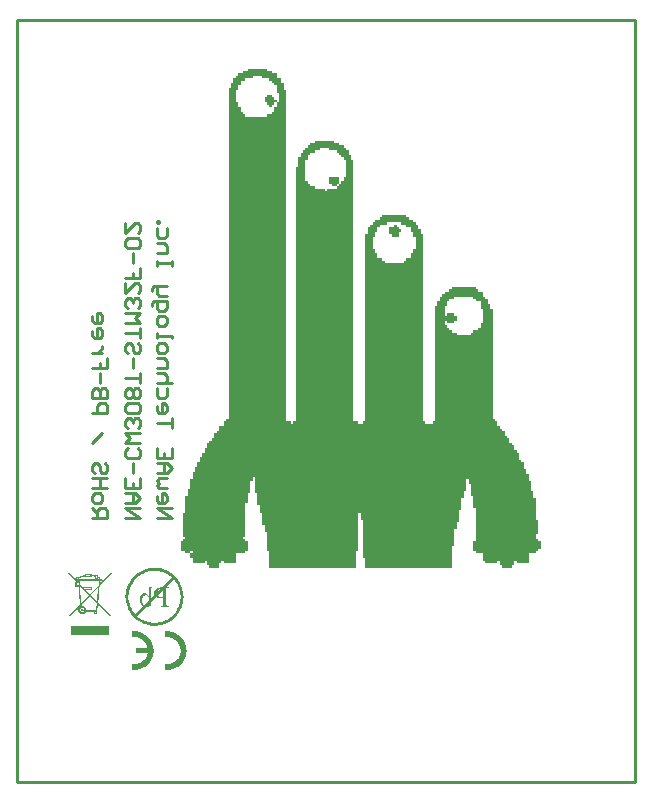
<source format=gbo>
G04 Layer_Color=32896*
%FSLAX25Y25*%
%MOIN*%
G70*
G01*
G75*
%ADD17C,0.01000*%
G36*
X349800Y347100D02*
X351400D01*
Y346300D01*
X353000D01*
Y345500D01*
Y344700D01*
X354600D01*
Y343900D01*
Y343100D01*
X355400D01*
Y342300D01*
Y341500D01*
Y340700D01*
X356200D01*
Y339900D01*
Y339100D01*
Y338300D01*
Y337500D01*
Y336700D01*
Y335900D01*
Y335100D01*
Y334300D01*
Y333500D01*
Y332700D01*
Y331900D01*
Y331100D01*
Y330300D01*
Y329500D01*
Y328700D01*
Y327900D01*
Y327100D01*
Y326300D01*
Y325500D01*
Y324700D01*
Y323900D01*
Y323100D01*
Y322300D01*
Y321500D01*
Y320700D01*
Y319900D01*
Y319100D01*
Y318300D01*
Y317500D01*
Y316700D01*
Y315900D01*
Y315100D01*
Y314300D01*
Y313500D01*
Y312700D01*
Y311900D01*
Y311100D01*
Y310300D01*
Y309500D01*
Y308700D01*
Y307900D01*
Y307100D01*
Y306300D01*
Y305500D01*
Y304700D01*
Y303900D01*
Y303100D01*
Y302300D01*
Y301500D01*
Y300700D01*
Y299900D01*
Y299100D01*
Y298300D01*
Y297500D01*
Y296700D01*
Y295900D01*
Y295100D01*
Y294300D01*
Y293500D01*
Y292700D01*
Y291900D01*
Y291100D01*
Y290300D01*
Y289500D01*
Y288700D01*
Y287900D01*
Y287100D01*
Y286300D01*
Y285500D01*
Y284700D01*
Y283900D01*
Y283100D01*
Y282300D01*
Y281500D01*
Y280700D01*
Y279900D01*
Y279100D01*
Y278300D01*
Y277500D01*
Y276700D01*
Y275900D01*
Y275100D01*
Y274300D01*
Y273500D01*
Y272700D01*
Y271900D01*
Y271100D01*
Y270300D01*
Y269500D01*
Y268700D01*
Y267900D01*
Y267100D01*
Y266300D01*
Y265500D01*
Y264700D01*
Y263900D01*
Y263100D01*
Y262300D01*
Y261500D01*
Y260700D01*
Y259900D01*
Y259100D01*
Y258300D01*
Y257500D01*
Y256700D01*
Y255900D01*
Y255100D01*
Y254300D01*
Y253500D01*
Y252700D01*
Y251900D01*
Y251100D01*
Y250300D01*
Y249500D01*
Y248700D01*
Y247900D01*
Y247100D01*
Y246300D01*
Y245500D01*
Y244700D01*
Y243900D01*
Y243100D01*
Y242300D01*
Y241500D01*
Y240700D01*
Y239900D01*
Y239100D01*
Y238300D01*
Y237500D01*
Y236700D01*
Y235900D01*
Y235100D01*
Y234300D01*
Y233500D01*
Y232700D01*
Y231900D01*
Y231100D01*
Y230300D01*
X357800D01*
Y229500D01*
X358600D01*
Y230300D01*
X359400D01*
Y231100D01*
Y231900D01*
Y232700D01*
Y233500D01*
Y234300D01*
Y235100D01*
Y235900D01*
Y236700D01*
Y237500D01*
Y238300D01*
Y239100D01*
Y239900D01*
Y240700D01*
Y241500D01*
Y242300D01*
Y243100D01*
Y243900D01*
Y244700D01*
Y245500D01*
Y246300D01*
Y247100D01*
Y247900D01*
Y248700D01*
Y249500D01*
Y250300D01*
Y251100D01*
Y251900D01*
Y252700D01*
Y253500D01*
Y254300D01*
Y255100D01*
Y255900D01*
Y256700D01*
Y257500D01*
Y258300D01*
Y259100D01*
Y259900D01*
Y260700D01*
Y261500D01*
Y262300D01*
Y263100D01*
Y263900D01*
Y264700D01*
Y265500D01*
Y266300D01*
Y267100D01*
Y267900D01*
Y268700D01*
Y269500D01*
Y270300D01*
Y271100D01*
Y271900D01*
Y272700D01*
Y273500D01*
Y274300D01*
Y275100D01*
Y275900D01*
Y276700D01*
Y277500D01*
Y278300D01*
Y279100D01*
Y279900D01*
Y280700D01*
Y281500D01*
Y282300D01*
Y283100D01*
Y283900D01*
Y284700D01*
Y285500D01*
Y286300D01*
Y287100D01*
Y287900D01*
Y288700D01*
Y289500D01*
Y290300D01*
Y291100D01*
Y291900D01*
Y292700D01*
Y293500D01*
Y294300D01*
Y295100D01*
Y295900D01*
Y296700D01*
Y297500D01*
Y298300D01*
Y299100D01*
Y299900D01*
Y300700D01*
Y301500D01*
Y302300D01*
Y303100D01*
Y303900D01*
Y304700D01*
Y305500D01*
Y306300D01*
Y307100D01*
Y307900D01*
Y308700D01*
Y309500D01*
Y310300D01*
Y311100D01*
Y311900D01*
Y312700D01*
Y313500D01*
Y314300D01*
Y315100D01*
X360200D01*
Y315900D01*
Y316700D01*
Y317500D01*
Y318300D01*
X361000D01*
Y319100D01*
Y319900D01*
X361800D01*
Y320700D01*
X362600D01*
Y321500D01*
X363400D01*
Y322300D01*
X364200D01*
Y323100D01*
X365800D01*
Y323900D01*
X372200D01*
Y323100D01*
X373800D01*
Y322300D01*
X375400D01*
Y321500D01*
X376200D01*
Y320700D01*
X377000D01*
Y319900D01*
Y319100D01*
X377800D01*
Y318300D01*
Y317500D01*
X378600D01*
Y316700D01*
Y315900D01*
Y315100D01*
Y314300D01*
Y313500D01*
Y312700D01*
Y311900D01*
Y311100D01*
Y310300D01*
Y309500D01*
Y308700D01*
Y307900D01*
Y307100D01*
Y306300D01*
Y305500D01*
Y304700D01*
Y303900D01*
Y303100D01*
Y302300D01*
Y301500D01*
Y300700D01*
Y299900D01*
Y299100D01*
Y298300D01*
Y297500D01*
Y296700D01*
Y295900D01*
Y295100D01*
Y294300D01*
Y293500D01*
Y292700D01*
Y291900D01*
Y291100D01*
Y290300D01*
Y289500D01*
Y288700D01*
Y287900D01*
Y287100D01*
Y286300D01*
Y285500D01*
Y284700D01*
Y283900D01*
Y283100D01*
Y282300D01*
Y281500D01*
Y280700D01*
Y279900D01*
Y279100D01*
Y278300D01*
Y277500D01*
Y276700D01*
Y275900D01*
Y275100D01*
Y274300D01*
Y273500D01*
Y272700D01*
Y271900D01*
Y271100D01*
Y270300D01*
Y269500D01*
Y268700D01*
Y267900D01*
Y267100D01*
Y266300D01*
Y265500D01*
Y264700D01*
Y263900D01*
Y263100D01*
Y262300D01*
Y261500D01*
Y260700D01*
Y259900D01*
Y259100D01*
Y258300D01*
Y257500D01*
Y256700D01*
Y255900D01*
Y255100D01*
Y254300D01*
Y253500D01*
Y252700D01*
Y251900D01*
Y251100D01*
Y250300D01*
Y249500D01*
Y248700D01*
Y247900D01*
Y247100D01*
Y246300D01*
Y245500D01*
Y244700D01*
Y243900D01*
Y243100D01*
Y242300D01*
Y241500D01*
Y240700D01*
Y239900D01*
Y239100D01*
Y238300D01*
Y237500D01*
Y236700D01*
Y235900D01*
Y235100D01*
Y234300D01*
Y233500D01*
Y232700D01*
Y231900D01*
Y231100D01*
Y230300D01*
X380200D01*
Y229500D01*
X381800D01*
Y230300D01*
X382600D01*
Y231100D01*
Y231900D01*
Y232700D01*
Y233500D01*
Y234300D01*
Y235100D01*
Y235900D01*
Y236700D01*
Y237500D01*
Y238300D01*
Y239100D01*
Y239900D01*
Y240700D01*
Y241500D01*
Y242300D01*
Y243100D01*
Y243900D01*
Y244700D01*
Y245500D01*
Y246300D01*
Y247100D01*
Y247900D01*
Y248700D01*
Y249500D01*
Y250300D01*
Y251100D01*
Y251900D01*
Y252700D01*
Y253500D01*
Y254300D01*
Y255100D01*
Y255900D01*
Y256700D01*
Y257500D01*
Y258300D01*
Y259100D01*
Y259900D01*
Y260700D01*
Y261500D01*
Y262300D01*
Y263100D01*
Y263900D01*
Y264700D01*
Y265500D01*
Y266300D01*
Y267100D01*
Y267900D01*
Y268700D01*
Y269500D01*
Y270300D01*
Y271100D01*
Y271900D01*
Y272700D01*
Y273500D01*
Y274300D01*
Y275100D01*
Y275900D01*
Y276700D01*
Y277500D01*
Y278300D01*
Y279100D01*
Y279900D01*
Y280700D01*
Y281500D01*
Y282300D01*
Y283100D01*
Y283900D01*
Y284700D01*
Y285500D01*
Y286300D01*
Y287100D01*
Y287900D01*
Y288700D01*
Y289500D01*
Y290300D01*
Y291100D01*
Y291900D01*
Y292700D01*
X383400D01*
Y293500D01*
Y294300D01*
Y295100D01*
X384200D01*
Y295900D01*
X385000D01*
Y296700D01*
X385800D01*
Y297500D01*
X387400D01*
Y298300D01*
X388200D01*
Y299100D01*
X396200D01*
Y298300D01*
X397000D01*
Y297500D01*
X398600D01*
Y296700D01*
X399400D01*
Y295900D01*
X400200D01*
Y295100D01*
Y294300D01*
X401000D01*
Y293500D01*
Y292700D01*
X401800D01*
Y291900D01*
Y291100D01*
Y290300D01*
Y289500D01*
Y288700D01*
Y287900D01*
Y287100D01*
Y286300D01*
Y285500D01*
Y284700D01*
Y283900D01*
Y283100D01*
Y282300D01*
Y281500D01*
Y280700D01*
Y279900D01*
Y279100D01*
Y278300D01*
Y277500D01*
Y276700D01*
Y275900D01*
Y275100D01*
Y274300D01*
Y273500D01*
Y272700D01*
Y271900D01*
Y271100D01*
Y270300D01*
Y269500D01*
Y268700D01*
Y267900D01*
Y267100D01*
Y266300D01*
Y265500D01*
Y264700D01*
Y263900D01*
Y263100D01*
Y262300D01*
Y261500D01*
Y260700D01*
Y259900D01*
Y259100D01*
Y258300D01*
Y257500D01*
Y256700D01*
Y255900D01*
Y255100D01*
Y254300D01*
Y253500D01*
Y252700D01*
Y251900D01*
Y251100D01*
Y250300D01*
Y249500D01*
Y248700D01*
Y247900D01*
Y247100D01*
Y246300D01*
Y245500D01*
Y244700D01*
Y243900D01*
Y243100D01*
Y242300D01*
Y241500D01*
Y240700D01*
Y239900D01*
Y239100D01*
Y238300D01*
Y237500D01*
Y236700D01*
Y235900D01*
Y235100D01*
Y234300D01*
Y233500D01*
Y232700D01*
Y231900D01*
Y231100D01*
Y230300D01*
X402600D01*
Y229500D01*
X405000D01*
Y230300D01*
X405800D01*
Y231100D01*
Y231900D01*
Y232700D01*
Y233500D01*
Y234300D01*
Y235100D01*
Y235900D01*
Y236700D01*
Y237500D01*
Y238300D01*
Y239100D01*
Y239900D01*
Y240700D01*
Y241500D01*
Y242300D01*
Y243100D01*
Y243900D01*
Y244700D01*
Y245500D01*
Y246300D01*
Y247100D01*
Y247900D01*
Y248700D01*
Y249500D01*
Y250300D01*
Y251100D01*
Y251900D01*
Y252700D01*
Y253500D01*
Y254300D01*
Y255100D01*
Y255900D01*
Y256700D01*
Y257500D01*
Y258300D01*
Y259100D01*
Y259900D01*
Y260700D01*
Y261500D01*
Y262300D01*
Y263100D01*
Y263900D01*
Y264700D01*
Y265500D01*
Y266300D01*
Y267100D01*
Y267900D01*
Y268700D01*
X406600D01*
Y269500D01*
Y270300D01*
X407400D01*
Y271100D01*
Y271900D01*
X408200D01*
Y272700D01*
X409000D01*
Y273500D01*
X410600D01*
Y274300D01*
X411400D01*
Y275100D01*
X419400D01*
Y274300D01*
X420200D01*
Y273500D01*
X421800D01*
Y272700D01*
Y271900D01*
X422600D01*
Y271100D01*
X423400D01*
Y270300D01*
Y269500D01*
X424200D01*
Y268700D01*
Y267900D01*
X425000D01*
Y267100D01*
Y266300D01*
Y265500D01*
Y264700D01*
Y263900D01*
Y263100D01*
Y262300D01*
Y261500D01*
Y260700D01*
Y259900D01*
Y259100D01*
Y258300D01*
Y257500D01*
Y256700D01*
Y255900D01*
Y255100D01*
Y254300D01*
Y253500D01*
Y252700D01*
Y251900D01*
Y251100D01*
Y250300D01*
Y249500D01*
Y248700D01*
Y247900D01*
Y247100D01*
Y246300D01*
Y245500D01*
Y244700D01*
Y243900D01*
Y243100D01*
Y242300D01*
Y241500D01*
Y240700D01*
Y239900D01*
Y239100D01*
Y238300D01*
Y237500D01*
Y236700D01*
Y235900D01*
Y235100D01*
Y234300D01*
Y233500D01*
Y232700D01*
Y231900D01*
Y231100D01*
X425800D01*
Y230300D01*
X426600D01*
Y229500D01*
Y228700D01*
X427400D01*
Y227900D01*
X428200D01*
Y227100D01*
X429000D01*
Y226300D01*
Y225500D01*
X429800D01*
Y224700D01*
X430600D01*
Y223900D01*
Y223100D01*
X431400D01*
Y222300D01*
X432200D01*
Y221500D01*
Y220700D01*
X433000D01*
Y219900D01*
X433800D01*
Y219100D01*
Y218300D01*
Y217500D01*
X434600D01*
Y216700D01*
X435400D01*
Y215900D01*
Y215100D01*
Y214300D01*
X436200D01*
Y213500D01*
Y212700D01*
X437000D01*
Y211900D01*
Y211100D01*
Y210300D01*
X437800D01*
Y209500D01*
Y208700D01*
Y207900D01*
Y207100D01*
X438600D01*
Y206300D01*
Y205500D01*
Y204700D01*
X439400D01*
Y203900D01*
Y203100D01*
Y202300D01*
Y201500D01*
Y200700D01*
Y199900D01*
Y199100D01*
Y198300D01*
Y197500D01*
X440200D01*
Y196700D01*
Y195900D01*
Y195100D01*
Y194300D01*
Y193500D01*
Y192700D01*
X439400D01*
Y191900D01*
Y191100D01*
X440200D01*
Y190300D01*
X441000D01*
Y189500D01*
Y188700D01*
Y187900D01*
X440200D01*
Y187100D01*
X439400D01*
Y186300D01*
X437000D01*
Y185500D01*
Y184700D01*
Y183900D01*
Y183100D01*
X433000D01*
Y183900D01*
X432200D01*
Y183100D01*
Y182300D01*
X431400D01*
Y181500D01*
X428200D01*
Y182300D01*
X427400D01*
Y183100D01*
Y183900D01*
X426600D01*
Y183100D01*
X422600D01*
Y183900D01*
X421800D01*
Y184700D01*
Y185500D01*
Y186300D01*
X419400D01*
Y187100D01*
X418600D01*
Y187900D01*
Y188700D01*
Y189500D01*
Y190300D01*
X419400D01*
Y191100D01*
Y191900D01*
Y192700D01*
Y193500D01*
Y194300D01*
Y195100D01*
Y195900D01*
Y196700D01*
Y197500D01*
Y198300D01*
Y199100D01*
Y199900D01*
Y200700D01*
Y201500D01*
X418600D01*
Y202300D01*
Y203100D01*
Y203900D01*
Y204700D01*
Y205500D01*
X417800D01*
Y206300D01*
Y207100D01*
Y207900D01*
Y208700D01*
Y209500D01*
X417000D01*
Y210300D01*
Y211100D01*
X416200D01*
Y210300D01*
Y209500D01*
Y208700D01*
Y207900D01*
Y207100D01*
X415400D01*
Y206300D01*
Y205500D01*
Y204700D01*
X414600D01*
Y203900D01*
Y203100D01*
Y202300D01*
Y201500D01*
Y200700D01*
X413800D01*
Y199900D01*
Y199100D01*
Y198300D01*
Y197500D01*
Y196700D01*
X413000D01*
Y195900D01*
Y195100D01*
Y194300D01*
X412200D01*
Y193500D01*
Y192700D01*
Y191900D01*
Y191100D01*
Y190300D01*
Y189500D01*
Y188700D01*
X411400D01*
Y187900D01*
Y187100D01*
Y186300D01*
Y185500D01*
Y184700D01*
Y183900D01*
Y183100D01*
Y182300D01*
Y181500D01*
X382600D01*
Y182300D01*
Y183100D01*
Y183900D01*
Y184700D01*
X381800D01*
Y185500D01*
Y186300D01*
Y187100D01*
Y187900D01*
Y188700D01*
Y189500D01*
Y190300D01*
Y191100D01*
Y191900D01*
Y192700D01*
Y193500D01*
Y194300D01*
Y195100D01*
Y195900D01*
Y196700D01*
Y197500D01*
X381000D01*
Y198300D01*
Y199100D01*
Y199900D01*
X380200D01*
Y199100D01*
Y198300D01*
Y197500D01*
Y196700D01*
Y195900D01*
Y195100D01*
Y194300D01*
Y193500D01*
Y192700D01*
Y191900D01*
Y191100D01*
Y190300D01*
Y189500D01*
Y188700D01*
Y187900D01*
Y187100D01*
X379400D01*
Y186300D01*
Y185500D01*
Y184700D01*
Y183900D01*
Y183100D01*
Y182300D01*
Y181500D01*
X350600D01*
Y182300D01*
Y183100D01*
Y183900D01*
Y184700D01*
Y185500D01*
Y186300D01*
Y187100D01*
X349800D01*
Y187900D01*
Y188700D01*
Y189500D01*
Y190300D01*
Y191100D01*
Y191900D01*
Y192700D01*
Y193500D01*
X349000D01*
Y194300D01*
Y195100D01*
Y195900D01*
X348200D01*
Y196700D01*
Y197500D01*
Y198300D01*
Y199100D01*
Y199900D01*
X347400D01*
Y200700D01*
Y201500D01*
Y202300D01*
X346600D01*
Y203100D01*
Y203900D01*
Y204700D01*
Y205500D01*
Y206300D01*
X345800D01*
Y207100D01*
Y207900D01*
Y208700D01*
Y209500D01*
Y210300D01*
Y211100D01*
Y211900D01*
X345000D01*
Y211100D01*
Y210300D01*
X344200D01*
Y209500D01*
Y208700D01*
Y207900D01*
Y207100D01*
Y206300D01*
X343400D01*
Y205500D01*
Y204700D01*
Y203900D01*
Y203100D01*
X342600D01*
Y202300D01*
Y201500D01*
Y200700D01*
Y199900D01*
Y199100D01*
Y198300D01*
Y197500D01*
Y196700D01*
Y195900D01*
Y195100D01*
Y194300D01*
Y193500D01*
Y192700D01*
Y191900D01*
X341800D01*
Y191100D01*
X342600D01*
Y190300D01*
X343400D01*
Y189500D01*
Y188700D01*
Y187900D01*
Y187100D01*
X342600D01*
Y186300D01*
X339400D01*
Y185500D01*
Y184700D01*
Y183900D01*
Y183100D01*
X335400D01*
Y183900D01*
X334600D01*
Y183100D01*
X333800D01*
Y182300D01*
Y181500D01*
X330600D01*
Y182300D01*
X329800D01*
Y183100D01*
Y183900D01*
X329000D01*
Y183100D01*
X325000D01*
Y183900D01*
Y184700D01*
X324200D01*
Y185500D01*
Y186300D01*
X322600D01*
Y187100D01*
X321000D01*
Y187900D01*
Y188700D01*
Y189500D01*
Y190300D01*
X321800D01*
Y191100D01*
X322600D01*
Y191900D01*
X321800D01*
Y192700D01*
Y193500D01*
Y194300D01*
Y195100D01*
Y195900D01*
Y196700D01*
Y197500D01*
Y198300D01*
Y199100D01*
Y199900D01*
X322600D01*
Y200700D01*
Y201500D01*
Y202300D01*
Y203100D01*
Y203900D01*
Y204700D01*
Y205500D01*
X323400D01*
Y206300D01*
Y207100D01*
Y207900D01*
X324200D01*
Y208700D01*
Y209500D01*
Y210300D01*
Y211100D01*
X325000D01*
Y211900D01*
Y212700D01*
Y213500D01*
X325800D01*
Y214300D01*
Y215100D01*
X326600D01*
Y215900D01*
Y216700D01*
X327400D01*
Y217500D01*
Y218300D01*
X328200D01*
Y219100D01*
Y219900D01*
X329000D01*
Y220700D01*
Y221500D01*
X329800D01*
Y222300D01*
Y223100D01*
X330600D01*
Y223900D01*
X331400D01*
Y224700D01*
X332200D01*
Y225500D01*
Y226300D01*
X333000D01*
Y227100D01*
X333800D01*
Y227900D01*
Y228700D01*
X335400D01*
Y229500D01*
Y230300D01*
X336200D01*
Y231100D01*
X337000D01*
Y231900D01*
Y232700D01*
Y233500D01*
Y234300D01*
Y235100D01*
Y235900D01*
Y236700D01*
Y237500D01*
Y238300D01*
Y239100D01*
Y239900D01*
Y240700D01*
Y241500D01*
Y242300D01*
Y243100D01*
Y243900D01*
Y244700D01*
Y245500D01*
Y246300D01*
Y247100D01*
Y247900D01*
Y248700D01*
Y249500D01*
Y250300D01*
Y251100D01*
Y251900D01*
Y252700D01*
Y253500D01*
Y254300D01*
Y255100D01*
Y255900D01*
Y256700D01*
Y257500D01*
Y258300D01*
Y259100D01*
Y259900D01*
Y260700D01*
Y261500D01*
Y262300D01*
Y263100D01*
Y263900D01*
Y264700D01*
Y265500D01*
Y266300D01*
Y267100D01*
Y267900D01*
Y268700D01*
Y269500D01*
Y270300D01*
Y271100D01*
Y271900D01*
Y272700D01*
Y273500D01*
Y274300D01*
Y275100D01*
Y275900D01*
Y276700D01*
Y277500D01*
Y278300D01*
Y279100D01*
Y279900D01*
Y280700D01*
Y281500D01*
Y282300D01*
Y283100D01*
Y283900D01*
Y284700D01*
Y285500D01*
Y286300D01*
Y287100D01*
Y287900D01*
Y288700D01*
Y289500D01*
Y290300D01*
Y291100D01*
Y291900D01*
Y292700D01*
Y293500D01*
Y294300D01*
Y295100D01*
Y295900D01*
Y296700D01*
Y297500D01*
Y298300D01*
Y299100D01*
Y299900D01*
Y300700D01*
Y301500D01*
Y302300D01*
Y303100D01*
Y303900D01*
Y304700D01*
Y305500D01*
Y306300D01*
Y307100D01*
Y307900D01*
Y308700D01*
Y309500D01*
Y310300D01*
Y311100D01*
Y311900D01*
Y312700D01*
Y313500D01*
Y314300D01*
Y315100D01*
Y315900D01*
Y316700D01*
Y317500D01*
Y318300D01*
Y319100D01*
Y319900D01*
Y320700D01*
Y321500D01*
Y322300D01*
Y323100D01*
Y323900D01*
Y324700D01*
Y325500D01*
Y326300D01*
Y327100D01*
Y327900D01*
Y328700D01*
Y329500D01*
Y330300D01*
Y331100D01*
Y331900D01*
Y332700D01*
Y333500D01*
Y334300D01*
Y335100D01*
Y335900D01*
Y336700D01*
Y337500D01*
Y338300D01*
Y339100D01*
Y339900D01*
Y340700D01*
Y341500D01*
X337800D01*
Y342300D01*
Y343100D01*
X338600D01*
Y343900D01*
Y344700D01*
X339400D01*
Y345500D01*
X340200D01*
Y346300D01*
X341800D01*
Y347100D01*
X343400D01*
Y347900D01*
X349800D01*
Y347100D01*
D02*
G37*
G36*
X297155Y162147D02*
Y162089D01*
Y162008D01*
Y161927D01*
Y161835D01*
Y161754D01*
Y161696D01*
Y161684D01*
Y161673D01*
Y161291D01*
Y161106D01*
Y160932D01*
Y160793D01*
Y160678D01*
Y160631D01*
Y160597D01*
Y160585D01*
Y160573D01*
Y160354D01*
Y160157D01*
Y159972D01*
Y159810D01*
Y159671D01*
Y159579D01*
Y159509D01*
Y159497D01*
Y159486D01*
Y159324D01*
Y159208D01*
Y159116D01*
Y159058D01*
Y159023D01*
Y159012D01*
Y159000D01*
X284509D01*
Y159023D01*
Y159081D01*
Y159150D01*
Y159243D01*
Y159335D01*
Y159405D01*
Y159463D01*
Y159486D01*
Y159868D01*
Y160053D01*
Y160215D01*
Y160365D01*
Y160469D01*
Y160516D01*
Y160550D01*
Y160562D01*
Y160573D01*
Y160793D01*
Y161002D01*
Y161187D01*
Y161349D01*
Y161488D01*
Y161592D01*
Y161650D01*
Y161673D01*
Y161765D01*
Y161835D01*
Y161962D01*
Y162055D01*
Y162112D01*
Y162147D01*
Y162159D01*
Y162170D01*
X297155D01*
Y162147D01*
D02*
G37*
G36*
X298000Y179722D02*
X294078Y175638D01*
X293962Y174539D01*
X293719Y171866D01*
X293522Y169945D01*
X297722Y165630D01*
X297433Y165352D01*
X293488Y169401D01*
X293256Y166914D01*
X293129D01*
Y165965D01*
X292250D01*
Y166914D01*
X289531D01*
X289427Y166729D01*
X289299Y166544D01*
X289103Y166335D01*
X288848Y166162D01*
X288559Y166069D01*
X288281Y166035D01*
X287992Y166046D01*
X287784Y166104D01*
X287541Y166208D01*
X287333Y166335D01*
X287171Y166497D01*
X287009Y166729D01*
X286893Y166983D01*
X286823Y167226D01*
X286800Y167423D01*
X286823Y167666D01*
X286858Y167851D01*
X286928Y168025D01*
X287032Y168221D01*
X287147Y168383D01*
X287309Y168534D01*
X287483Y168649D01*
X287645Y168730D01*
X287622Y168939D01*
X284162Y165352D01*
X283873Y165641D01*
X287587Y169482D01*
X287286Y172838D01*
X287078Y175267D01*
X285967D01*
Y176829D01*
X286256D01*
X283445Y179722D01*
X283734Y179999D01*
X286384Y177269D01*
Y177466D01*
X286326Y177512D01*
X286256Y177558D01*
X286187Y177628D01*
X286118Y177709D01*
X286083Y177813D01*
X286048Y177905D01*
X286037Y178021D01*
X286060Y178172D01*
X286094Y178252D01*
X286199Y178414D01*
X286314Y178519D01*
X286465Y178588D01*
X286627Y178611D01*
X286789Y178588D01*
X286928Y178530D01*
X287043Y178461D01*
X287101Y178391D01*
X287205Y178484D01*
X287379Y178600D01*
X287587Y178704D01*
X287888Y178819D01*
X288212Y178912D01*
X288536Y178981D01*
X288883Y179039D01*
X289160Y179074D01*
Y179421D01*
X291382D01*
Y179120D01*
X291556D01*
X291845Y179086D01*
X292146Y179051D01*
X292435Y179005D01*
Y179190D01*
X293395D01*
Y178738D01*
X293511Y178681D01*
X293661Y178611D01*
X293835Y178507D01*
X293974Y178414D01*
X294101Y178299D01*
X294194Y178218D01*
X294251Y178137D01*
X294298Y178044D01*
X294274Y177882D01*
X294830D01*
Y177176D01*
X294217D01*
X294124Y176262D01*
X297711Y179999D01*
X298000Y179722D01*
D02*
G37*
G36*
X312698Y181573D02*
X313068Y181550D01*
X313427Y181515D01*
X313774Y181457D01*
X314121Y181400D01*
X314445Y181318D01*
X315093Y181145D01*
X315694Y180925D01*
X316261Y180682D01*
X316782Y180428D01*
X317025Y180300D01*
X317256Y180161D01*
X317476Y180034D01*
X317684Y179895D01*
X317881Y179768D01*
X318066Y179641D01*
X318240Y179514D01*
X318402Y179398D01*
X318541Y179282D01*
X318668Y179178D01*
X318783Y179086D01*
X318888Y179005D01*
X318980Y178923D01*
X319050Y178866D01*
X319108Y178808D01*
X319142Y178773D01*
X319165Y178750D01*
X319177Y178738D01*
X319431Y178472D01*
X319674Y178195D01*
X319894Y177917D01*
X320114Y177628D01*
X320299Y177338D01*
X320484Y177061D01*
X320658Y176760D01*
X320808Y176471D01*
X320947Y176181D01*
X321086Y175892D01*
X321306Y175325D01*
X321502Y174782D01*
X321641Y174261D01*
X321769Y173763D01*
X321815Y173532D01*
X321850Y173312D01*
X321884Y173115D01*
X321919Y172919D01*
X321942Y172734D01*
X321954Y172572D01*
X321965Y172421D01*
X321977Y172294D01*
X321988Y172178D01*
Y172074D01*
X322000Y172005D01*
Y171947D01*
Y171912D01*
Y171900D01*
X321988Y171530D01*
X321965Y171160D01*
X321931Y170801D01*
X321873Y170454D01*
X321815Y170107D01*
X321734Y169783D01*
X321560Y169135D01*
X321340Y168534D01*
X321109Y167967D01*
X320855Y167446D01*
X320716Y167203D01*
X320588Y166972D01*
X320461Y166752D01*
X320322Y166544D01*
X320195Y166347D01*
X320068Y166162D01*
X319952Y165988D01*
X319836Y165826D01*
X319721Y165688D01*
X319617Y165560D01*
X319524Y165445D01*
X319431Y165340D01*
X319362Y165248D01*
X319293Y165178D01*
X319246Y165120D01*
X319212Y165086D01*
X319188Y165063D01*
X319177Y165051D01*
X318911Y164797D01*
X318633Y164554D01*
X318355Y164322D01*
X318066Y164114D01*
X317777Y163917D01*
X317488Y163732D01*
X317198Y163570D01*
X316909Y163408D01*
X316620Y163269D01*
X316331Y163142D01*
X315764Y162911D01*
X315208Y162725D01*
X314688Y162575D01*
X314202Y162459D01*
X313970Y162402D01*
X313751Y162367D01*
X313542Y162332D01*
X313346Y162309D01*
X313160Y162274D01*
X312999Y162263D01*
X312848Y162251D01*
X312721Y162240D01*
X312605Y162228D01*
X312501D01*
X312432Y162216D01*
X312328D01*
X311957Y162228D01*
X311587Y162251D01*
X311228Y162286D01*
X310881Y162344D01*
X310546Y162402D01*
X310210Y162483D01*
X309574Y162656D01*
X308972Y162876D01*
X308405Y163119D01*
X307885Y163373D01*
X307642Y163501D01*
X307410Y163640D01*
X307190Y163767D01*
X306982Y163894D01*
X306785Y164033D01*
X306600Y164160D01*
X306427Y164276D01*
X306265Y164392D01*
X306126Y164507D01*
X305999Y164611D01*
X305883Y164704D01*
X305779Y164785D01*
X305686Y164866D01*
X305617Y164935D01*
X305559Y164982D01*
X305524Y165016D01*
X305501Y165040D01*
X305490Y165051D01*
X305235Y165317D01*
X304992Y165595D01*
X304761Y165873D01*
X304552Y166162D01*
X304356Y166451D01*
X304171Y166740D01*
X303997Y167030D01*
X303847Y167319D01*
X303696Y167608D01*
X303569Y167897D01*
X303338Y168464D01*
X303152Y169020D01*
X303002Y169540D01*
X302886Y170026D01*
X302829Y170258D01*
X302794Y170477D01*
X302759Y170686D01*
X302724Y170882D01*
X302701Y171068D01*
X302690Y171230D01*
X302678Y171380D01*
X302666Y171507D01*
X302655Y171623D01*
X302643Y171727D01*
Y171796D01*
Y171854D01*
Y171889D01*
Y171900D01*
X302655Y172271D01*
X302678Y172641D01*
X302713Y173000D01*
X302771Y173347D01*
X302829Y173682D01*
X302909Y174018D01*
X303083Y174654D01*
X303303Y175256D01*
X303546Y175823D01*
X303800Y176343D01*
X303928Y176586D01*
X304066Y176818D01*
X304194Y177038D01*
X304333Y177246D01*
X304460Y177443D01*
X304587Y177628D01*
X304714Y177801D01*
X304830Y177963D01*
X304946Y178102D01*
X305050Y178229D01*
X305142Y178345D01*
X305223Y178449D01*
X305305Y178542D01*
X305362Y178611D01*
X305420Y178669D01*
X305455Y178704D01*
X305478Y178727D01*
X305490Y178738D01*
X305756Y178993D01*
X306033Y179236D01*
X306311Y179467D01*
X306600Y179676D01*
X306890Y179872D01*
X307167Y180057D01*
X307468Y180231D01*
X307757Y180381D01*
X308047Y180532D01*
X308336Y180659D01*
X308903Y180890D01*
X309447Y181076D01*
X309967Y181226D01*
X310465Y181342D01*
X310696Y181400D01*
X310916Y181434D01*
X311113Y181469D01*
X311309Y181504D01*
X311494Y181527D01*
X311656Y181538D01*
X311807Y181550D01*
X311934Y181562D01*
X312050Y181573D01*
X312154Y181585D01*
X312328D01*
X312698Y181573D01*
D02*
G37*
G36*
X317041Y160377D02*
X317516Y160320D01*
X317967Y160227D01*
X318395Y160100D01*
X318800Y159961D01*
X319170Y159799D01*
X319529Y159625D01*
X319841Y159452D01*
X320131Y159278D01*
X320385Y159105D01*
X320605Y158943D01*
X320790Y158804D01*
X320929Y158677D01*
X321033Y158584D01*
X321102Y158526D01*
X321126Y158503D01*
X321461Y158144D01*
X321750Y157763D01*
X322005Y157381D01*
X322213Y156999D01*
X322398Y156606D01*
X322549Y156235D01*
X322676Y155865D01*
X322780Y155518D01*
X322850Y155194D01*
X322907Y154893D01*
X322954Y154627D01*
X322977Y154396D01*
X322988Y154292D01*
X323000Y154199D01*
Y154130D01*
X323012Y154060D01*
Y154014D01*
Y153979D01*
Y153956D01*
Y153945D01*
X322988Y153458D01*
X322931Y152984D01*
X322838Y152533D01*
X322711Y152105D01*
X322572Y151700D01*
X322410Y151330D01*
X322248Y150983D01*
X322063Y150659D01*
X321889Y150381D01*
X321727Y150126D01*
X321565Y149907D01*
X321415Y149721D01*
X321299Y149583D01*
X321207Y149467D01*
X321149Y149409D01*
X321126Y149386D01*
X320767Y149050D01*
X320385Y148761D01*
X320003Y148507D01*
X319610Y148298D01*
X319228Y148113D01*
X318846Y147963D01*
X318476Y147836D01*
X318129Y147731D01*
X317805Y147662D01*
X317504Y147604D01*
X317238Y147558D01*
X317007Y147535D01*
X316903Y147523D01*
X316810Y147512D01*
X316741D01*
X316671Y147500D01*
X316313D01*
X316208Y147512D01*
X316023D01*
X315965Y147523D01*
X315908D01*
Y149478D01*
X316127Y149455D01*
X316243Y149444D01*
X316336D01*
X316428Y149432D01*
X316556D01*
X316903Y149444D01*
X317227Y149490D01*
X317539Y149559D01*
X317840Y149641D01*
X318117Y149733D01*
X318384Y149849D01*
X318626Y149964D01*
X318846Y150092D01*
X319055Y150219D01*
X319228Y150335D01*
X319379Y150450D01*
X319506Y150543D01*
X319610Y150636D01*
X319691Y150693D01*
X319737Y150740D01*
X319749Y150751D01*
X319980Y151006D01*
X320188Y151272D01*
X320362Y151538D01*
X320512Y151816D01*
X320640Y152082D01*
X320744Y152348D01*
X320836Y152602D01*
X320906Y152845D01*
X320952Y153077D01*
X320998Y153285D01*
X321022Y153470D01*
X321045Y153632D01*
X321056Y153759D01*
X321068Y153864D01*
Y153921D01*
Y153945D01*
X321056Y154292D01*
X321010Y154616D01*
X320940Y154939D01*
X320860Y155240D01*
X320767Y155518D01*
X320651Y155784D01*
X320536Y156027D01*
X320408Y156247D01*
X320281Y156444D01*
X320165Y156617D01*
X320050Y156779D01*
X319957Y156906D01*
X319865Y156999D01*
X319807Y157080D01*
X319760Y157126D01*
X319749Y157138D01*
X319494Y157369D01*
X319228Y157578D01*
X318962Y157751D01*
X318684Y157913D01*
X318418Y158040D01*
X318152Y158144D01*
X317898Y158237D01*
X317655Y158306D01*
X317423Y158353D01*
X317215Y158399D01*
X317030Y158434D01*
X316868Y158445D01*
X316741Y158457D01*
X316636Y158468D01*
X316556D01*
X316313Y158457D01*
X316208D01*
X316104Y158445D01*
X316023Y158434D01*
X315965D01*
X315919Y158422D01*
X315908D01*
Y160366D01*
X316127Y160389D01*
X316232D01*
X316336Y160400D01*
X316556D01*
X317041Y160377D01*
D02*
G37*
G36*
X306073D02*
X306547Y160320D01*
X306999Y160227D01*
X307427Y160100D01*
X307832Y159961D01*
X308202Y159799D01*
X308549Y159625D01*
X308873Y159452D01*
X309151Y159278D01*
X309405Y159105D01*
X309625Y158943D01*
X309810Y158804D01*
X309949Y158677D01*
X310065Y158584D01*
X310123Y158526D01*
X310146Y158503D01*
X310481Y158144D01*
X310771Y157763D01*
X311025Y157381D01*
X311233Y156999D01*
X311418Y156606D01*
X311569Y156235D01*
X311696Y155865D01*
X311800Y155518D01*
X311870Y155194D01*
X311928Y154893D01*
X311974Y154627D01*
X311997Y154396D01*
X312009Y154292D01*
X312020Y154199D01*
Y154130D01*
X312032Y154060D01*
Y154014D01*
Y153979D01*
Y153956D01*
Y153945D01*
X312009Y153458D01*
X311951Y152984D01*
X311858Y152533D01*
X311731Y152105D01*
X311592Y151700D01*
X311430Y151330D01*
X311268Y150983D01*
X311083Y150659D01*
X310909Y150381D01*
X310747Y150126D01*
X310585Y149907D01*
X310435Y149721D01*
X310319Y149583D01*
X310227Y149467D01*
X310169Y149409D01*
X310146Y149386D01*
X309787Y149050D01*
X309405Y148761D01*
X309023Y148507D01*
X308642Y148298D01*
X308248Y148113D01*
X307878Y147963D01*
X307508Y147836D01*
X307161Y147731D01*
X306837Y147662D01*
X306536Y147604D01*
X306270Y147558D01*
X306038Y147535D01*
X305934Y147523D01*
X305842Y147512D01*
X305772D01*
X305703Y147500D01*
X305344D01*
X305240Y147512D01*
X305055D01*
X304997Y147523D01*
X304939D01*
X304951Y149478D01*
X305171Y149455D01*
X305275Y149444D01*
X305379D01*
X305460Y149432D01*
X305587D01*
X305876Y149444D01*
X306166Y149478D01*
X306443Y149525D01*
X306698Y149583D01*
X306952Y149664D01*
X307184Y149745D01*
X307404Y149837D01*
X307600Y149930D01*
X307785Y150022D01*
X307947Y150115D01*
X308086Y150196D01*
X308202Y150277D01*
X308295Y150335D01*
X308364Y150381D01*
X308410Y150416D01*
X308422Y150427D01*
X308642Y150624D01*
X308850Y150821D01*
X309023Y151029D01*
X309185Y151249D01*
X309336Y151457D01*
X309463Y151677D01*
X309579Y151885D01*
X309671Y152082D01*
X309752Y152267D01*
X309822Y152440D01*
X309880Y152591D01*
X309926Y152730D01*
X309961Y152834D01*
X309984Y152915D01*
X309995Y152961D01*
Y152984D01*
X306224D01*
Y154916D01*
X309995D01*
X309926Y155206D01*
X309833Y155472D01*
X309729Y155738D01*
X309613Y155981D01*
X309486Y156201D01*
X309359Y156409D01*
X309220Y156606D01*
X309093Y156779D01*
X308966Y156941D01*
X308838Y157080D01*
X308734Y157196D01*
X308630Y157288D01*
X308549Y157369D01*
X308491Y157427D01*
X308445Y157462D01*
X308433Y157473D01*
X308190Y157647D01*
X307947Y157797D01*
X307704Y157936D01*
X307462Y158052D01*
X307219Y158144D01*
X306987Y158225D01*
X306756Y158295D01*
X306536Y158341D01*
X306339Y158387D01*
X306154Y158411D01*
X305992Y158434D01*
X305853Y158457D01*
X305738D01*
X305657Y158468D01*
X305587D01*
X305344Y158457D01*
X305240D01*
X305136Y158445D01*
X305055Y158434D01*
X304997D01*
X304951Y158422D01*
X304939D01*
Y160366D01*
X305078Y160377D01*
X305194Y160389D01*
X305310D01*
X305402Y160400D01*
X305587D01*
X306073Y160377D01*
D02*
G37*
%LPC*%
G36*
X418600Y271900D02*
X412200D01*
Y271100D01*
X410600D01*
Y270300D01*
X409800D01*
Y269500D01*
Y268700D01*
X409000D01*
Y267900D01*
Y267100D01*
Y266300D01*
Y265500D01*
X409800D01*
Y266300D01*
X412200D01*
Y265500D01*
X413000D01*
Y264700D01*
Y263900D01*
X412200D01*
Y263100D01*
X409800D01*
Y263900D01*
X409000D01*
Y263100D01*
Y262300D01*
X409800D01*
Y261500D01*
X410600D01*
Y260700D01*
X411400D01*
Y259900D01*
X413000D01*
Y259100D01*
X417800D01*
Y259900D01*
X418600D01*
Y260700D01*
X420200D01*
Y261500D01*
X421000D01*
Y262300D01*
Y263100D01*
X421800D01*
Y263900D01*
Y264700D01*
Y265500D01*
Y266300D01*
Y267100D01*
Y267900D01*
X421000D01*
Y268700D01*
Y269500D01*
Y270300D01*
X419400D01*
Y271100D01*
X418600D01*
Y271900D01*
D02*
G37*
G36*
X325000Y187100D02*
X324200D01*
Y186300D01*
X325000D01*
Y187100D01*
D02*
G37*
G36*
X394600Y296700D02*
X389800D01*
Y295900D01*
X387400D01*
Y295100D01*
X386600D01*
Y294300D01*
Y293500D01*
X385800D01*
Y292700D01*
Y291900D01*
X385000D01*
Y291100D01*
Y290300D01*
Y289500D01*
Y288700D01*
Y287900D01*
X385800D01*
Y287100D01*
Y286300D01*
X386600D01*
Y285500D01*
Y284700D01*
X388200D01*
Y283900D01*
X389000D01*
Y283100D01*
X395400D01*
Y283900D01*
X396200D01*
Y284700D01*
X397800D01*
Y285500D01*
Y286300D01*
X398600D01*
Y287100D01*
Y287900D01*
X399400D01*
Y288700D01*
Y289500D01*
Y290300D01*
Y291100D01*
Y291900D01*
X398600D01*
Y292700D01*
Y293500D01*
X397800D01*
Y294300D01*
Y295100D01*
X396200D01*
Y295900D01*
X394600D01*
Y296700D01*
D02*
G37*
G36*
X348200Y345500D02*
X345000D01*
Y344700D01*
X342600D01*
Y343900D01*
X341000D01*
Y343100D01*
Y342300D01*
X340200D01*
Y341500D01*
Y340700D01*
X339400D01*
Y339900D01*
Y339100D01*
Y338300D01*
Y337500D01*
Y336700D01*
X340200D01*
Y335900D01*
Y335100D01*
X341000D01*
Y334300D01*
Y333500D01*
X341800D01*
Y332700D01*
X342600D01*
Y331900D01*
X349800D01*
Y332700D01*
X351400D01*
Y333500D01*
X352200D01*
Y334300D01*
Y335100D01*
X353000D01*
Y335900D01*
Y336700D01*
X352200D01*
Y335900D01*
X351400D01*
Y335100D01*
X350600D01*
Y335900D01*
X349800D01*
Y336700D01*
X349000D01*
Y337500D01*
Y338300D01*
X349800D01*
Y339100D01*
X351400D01*
Y338300D01*
X352200D01*
Y337500D01*
X353000D01*
Y336700D01*
X353800D01*
Y337500D01*
Y338300D01*
Y339100D01*
Y339900D01*
X353000D01*
Y340700D01*
Y341500D01*
Y342300D01*
X352200D01*
Y343100D01*
X351400D01*
Y343900D01*
X350600D01*
Y344700D01*
X348200D01*
Y345500D01*
D02*
G37*
G36*
X370600Y321500D02*
X367400D01*
Y320700D01*
X365800D01*
Y319900D01*
X364200D01*
Y319100D01*
X363400D01*
Y318300D01*
Y317500D01*
X362600D01*
Y316700D01*
Y315900D01*
Y315100D01*
Y314300D01*
Y313500D01*
Y312700D01*
Y311900D01*
Y311100D01*
Y310300D01*
X363400D01*
Y309500D01*
X364200D01*
Y308700D01*
X365800D01*
Y307900D01*
X369000D01*
Y307100D01*
X369800D01*
Y307900D01*
X373000D01*
Y308700D01*
X371400D01*
Y309500D01*
X370600D01*
Y310300D01*
Y311100D01*
Y311900D01*
X373800D01*
Y311100D01*
Y310300D01*
Y309500D01*
X374600D01*
Y310300D01*
X375400D01*
Y311100D01*
Y311900D01*
X376200D01*
Y312700D01*
Y313500D01*
Y314300D01*
Y315100D01*
Y315900D01*
Y316700D01*
Y317500D01*
X375400D01*
Y318300D01*
X374600D01*
Y319100D01*
X373800D01*
Y319900D01*
X373000D01*
Y320700D01*
X370600D01*
Y321500D01*
D02*
G37*
G36*
X373800Y309500D02*
X373000D01*
Y308700D01*
X373800D01*
Y309500D01*
D02*
G37*
%LPD*%
G36*
X393000Y295100D02*
X393800D01*
Y294300D01*
X394600D01*
Y293500D01*
X393800D01*
Y292700D01*
Y291900D01*
X391400D01*
Y292700D01*
X390600D01*
Y293500D01*
Y294300D01*
Y295100D01*
X392200D01*
Y295900D01*
X393000D01*
Y295100D01*
D02*
G37*
%LPC*%
G36*
X290757Y172201D02*
X288003Y169344D01*
X288050Y168846D01*
X288235Y168858D01*
X288443Y168846D01*
X288698Y168777D01*
X288941Y168649D01*
X289126Y168522D01*
X289299Y168349D01*
X289450Y168129D01*
X289577Y167851D01*
X289635Y167539D01*
X289623Y167330D01*
X292886D01*
X293117Y169772D01*
X290757Y172201D01*
D02*
G37*
G36*
X288293Y168152D02*
X288223D01*
X288096Y168140D01*
X287992Y168117D01*
X287899Y168082D01*
X287818Y168048D01*
X287749Y167990D01*
X287703Y167932D01*
X287610Y167805D01*
X287564Y167666D01*
X287541Y167562D01*
X287529Y167516D01*
Y167481D01*
Y167458D01*
Y167446D01*
X287541Y167319D01*
X287564Y167215D01*
X287599Y167122D01*
X287633Y167041D01*
X287691Y166983D01*
X287749Y166926D01*
X287876Y166844D01*
X288003Y166787D01*
X288119Y166763D01*
X288154Y166752D01*
X288223D01*
X288351Y166763D01*
X288455Y166787D01*
X288547Y166821D01*
X288628Y166856D01*
X288698Y166914D01*
X288756Y166972D01*
X288837Y167099D01*
X288894Y167226D01*
X288917Y167342D01*
X288929Y167377D01*
Y167411D01*
Y167435D01*
Y167446D01*
X288917Y167573D01*
X288894Y167677D01*
X288860Y167770D01*
X288813Y167851D01*
X288767Y167920D01*
X288709Y167978D01*
X288570Y168059D01*
X288443Y168117D01*
X288328Y168140D01*
X288293Y168152D01*
D02*
G37*
G36*
X293626Y175175D02*
X291035Y172491D01*
X293164Y170304D01*
X293626Y175175D01*
D02*
G37*
G36*
X287541Y175510D02*
Y175267D01*
X287494D01*
X287957Y169876D01*
X290479Y172491D01*
X288848Y174168D01*
X288513D01*
Y174504D01*
X287541Y175510D01*
D02*
G37*
G36*
X292736Y166926D02*
X292643D01*
Y166358D01*
X292736D01*
Y166926D01*
D02*
G37*
G36*
X293812Y177176D02*
X287333D01*
X287367Y176829D01*
X287541D01*
Y176089D01*
X288513Y175094D01*
X291428D01*
Y174168D01*
X289415D01*
X290757Y172780D01*
X293684Y175823D01*
X293812Y177176D01*
D02*
G37*
G36*
X290965Y179028D02*
X289554D01*
Y178796D01*
X290965D01*
Y179028D01*
D02*
G37*
G36*
X291382Y178704D02*
Y178391D01*
X289160D01*
Y178657D01*
X288698Y178588D01*
X288281Y178484D01*
X287934Y178391D01*
X287656Y178264D01*
X287437Y178137D01*
X287275Y177986D01*
Y177882D01*
X292435D01*
Y178565D01*
X292122Y178623D01*
X291775Y178669D01*
X291382Y178704D01*
D02*
G37*
G36*
X286684Y178206D02*
X286650D01*
X286580Y178195D01*
X286534Y178172D01*
X286488Y178148D01*
X286465Y178114D01*
X286442Y178044D01*
Y178021D01*
Y178009D01*
X286453Y177940D01*
X286476Y177894D01*
X286511Y177859D01*
X286546Y177836D01*
X286615Y177813D01*
X286650D01*
X286719Y177824D01*
X286766Y177848D01*
X286800Y177871D01*
X286823Y177917D01*
X286846Y177975D01*
Y177998D01*
Y178009D01*
X286835Y178079D01*
X286812Y178125D01*
X286789Y178160D01*
X286742Y178183D01*
X286684Y178206D01*
D02*
G37*
G36*
X287147Y176436D02*
X286372D01*
Y175672D01*
X287147D01*
Y176436D01*
D02*
G37*
G36*
X291023Y174689D02*
X288941D01*
Y174562D01*
X291023D01*
Y174689D01*
D02*
G37*
G36*
X293002Y178796D02*
X292840D01*
Y178264D01*
X292990D01*
X293002Y178796D01*
D02*
G37*
G36*
X293395Y178276D02*
Y177882D01*
X293869D01*
X293881Y177952D01*
X293765Y178067D01*
X293615Y178172D01*
X293395Y178276D01*
D02*
G37*
%LPD*%
G36*
X288385Y167897D02*
X288501Y167851D01*
X288582Y167770D01*
X288640Y167689D01*
X288675Y167596D01*
X288686Y167516D01*
X288698Y167469D01*
Y167446D01*
X288675Y167296D01*
X288628Y167180D01*
X288547Y167099D01*
X288455Y167041D01*
X288374Y167006D01*
X288293Y166995D01*
X288246Y166983D01*
X288223D01*
X288073Y167006D01*
X287957Y167053D01*
X287876Y167134D01*
X287818Y167215D01*
X287784Y167296D01*
X287772Y167377D01*
X287761Y167423D01*
Y167446D01*
X287784Y167608D01*
X287830Y167724D01*
X287911Y167805D01*
X287992Y167863D01*
X288073Y167897D01*
X288154Y167909D01*
X288200Y167920D01*
X288223D01*
X288385Y167897D01*
D02*
G37*
%LPC*%
G36*
X288235Y167516D02*
X288223D01*
X288177Y167504D01*
X288165Y167481D01*
X288154Y167458D01*
Y167446D01*
X288165Y167411D01*
X288189Y167388D01*
X288212Y167377D01*
X288223D01*
X288258Y167388D01*
X288281Y167411D01*
X288293Y167435D01*
Y167446D01*
X288281Y167492D01*
X288258Y167504D01*
X288235Y167516D01*
D02*
G37*
G36*
X312490Y180613D02*
X312328D01*
X311992Y180601D01*
X311668Y180590D01*
X311344Y180555D01*
X311032Y180509D01*
X310418Y180381D01*
X309840Y180219D01*
X309296Y180023D01*
X308799Y179803D01*
X308324Y179571D01*
X307896Y179340D01*
X307514Y179097D01*
X307329Y178981D01*
X307167Y178866D01*
X307017Y178750D01*
X306878Y178646D01*
X306739Y178553D01*
X306624Y178461D01*
X306519Y178368D01*
X306427Y178287D01*
X306357Y178229D01*
X306288Y178172D01*
X306242Y178114D01*
X306207Y178091D01*
X306184Y178067D01*
X306172Y178056D01*
X305941Y177813D01*
X305721Y177570D01*
X305513Y177315D01*
X305328Y177061D01*
X305154Y176806D01*
X304992Y176540D01*
X304830Y176286D01*
X304691Y176020D01*
X304448Y175499D01*
X304240Y174990D01*
X304066Y174492D01*
X303939Y174029D01*
X303823Y173578D01*
X303754Y173173D01*
X303719Y172988D01*
X303696Y172815D01*
X303673Y172653D01*
X303650Y172502D01*
X303638Y172375D01*
X303627Y172248D01*
Y172143D01*
X303615Y172063D01*
Y171993D01*
Y171947D01*
Y171912D01*
Y171900D01*
X303627Y171565D01*
X303638Y171241D01*
X303673Y170917D01*
X303719Y170605D01*
X303847Y169992D01*
X304009Y169413D01*
X304205Y168869D01*
X304425Y168360D01*
X304657Y167897D01*
X304888Y167469D01*
X305131Y167076D01*
X305247Y166902D01*
X305362Y166729D01*
X305478Y166578D01*
X305582Y166439D01*
X305675Y166312D01*
X305767Y166185D01*
X305833Y166112D01*
X305825Y166104D01*
X306002Y165915D01*
X306056Y165849D01*
X306083Y165828D01*
X306134Y165774D01*
X306137Y165769D01*
X306161Y165745D01*
X306172Y165734D01*
X306415Y165502D01*
X306658Y165282D01*
X306913Y165086D01*
X307167Y164889D01*
X307422Y164716D01*
X307688Y164554D01*
X307943Y164403D01*
X308209Y164264D01*
X308729Y164021D01*
X309238Y163813D01*
X309736Y163640D01*
X310199Y163512D01*
X310650Y163397D01*
X311055Y163327D01*
X311240Y163293D01*
X311414Y163269D01*
X311575Y163246D01*
X311726Y163223D01*
X311853Y163212D01*
X311980Y163200D01*
X312085D01*
X312165Y163188D01*
X312328D01*
X312663Y163200D01*
X312987Y163223D01*
X313311Y163246D01*
X313623Y163293D01*
X314236Y163420D01*
X314804Y163582D01*
X315347Y163778D01*
X315856Y163998D01*
X316331Y164230D01*
X316759Y164461D01*
X317141Y164704D01*
X317314Y164820D01*
X317488Y164924D01*
X317638Y165040D01*
X317777Y165144D01*
X317904Y165248D01*
X318032Y165340D01*
X318136Y165421D01*
X318228Y165502D01*
X318298Y165572D01*
X318367Y165630D01*
X318413Y165676D01*
X318448Y165711D01*
X318471Y165722D01*
X318483Y165734D01*
X318714Y165977D01*
X318934Y166220D01*
X319131Y166474D01*
X319327Y166729D01*
X319501Y166995D01*
X319663Y167249D01*
X319825Y167516D01*
X319964Y167782D01*
X320207Y168302D01*
X320415Y168811D01*
X320588Y169309D01*
X320716Y169772D01*
X320820Y170223D01*
X320901Y170628D01*
X320936Y170813D01*
X320959Y170986D01*
X320982Y171149D01*
X321005Y171299D01*
X321017Y171426D01*
X321028Y171553D01*
Y171658D01*
X321040Y171739D01*
Y171808D01*
Y171854D01*
Y171889D01*
Y171900D01*
X321028Y172236D01*
X321005Y172560D01*
X320982Y172884D01*
X320924Y173196D01*
X320808Y173810D01*
X320635Y174388D01*
X320450Y174932D01*
X320230Y175429D01*
X319998Y175904D01*
X319755Y176332D01*
X319524Y176714D01*
X319408Y176899D01*
X319293Y177061D01*
X319177Y177211D01*
X319073Y177350D01*
X318980Y177489D01*
X318876Y177605D01*
X318795Y177709D01*
X318807Y177720D01*
X318495Y178043D01*
X318494Y178044D01*
X318483Y178056D01*
X318495Y178043D01*
X318506Y178021D01*
X318541Y177986D01*
X318587Y177940D01*
X318645Y177871D01*
X318714Y177801D01*
X318795Y177709D01*
X316099Y175013D01*
X317083D01*
Y174839D01*
X316840D01*
X316712Y174828D01*
X316608Y174805D01*
X316504Y174770D01*
X316435Y174735D01*
X316377Y174700D01*
X316331Y174666D01*
X316308Y174643D01*
X316296Y174631D01*
X316250Y174562D01*
X316227Y174458D01*
X316203Y174330D01*
X316180Y174203D01*
Y174076D01*
X316169Y173983D01*
Y173902D01*
Y173891D01*
Y173879D01*
Y169748D01*
Y169563D01*
X316180Y169401D01*
X316192Y169286D01*
X316215Y169193D01*
X316227Y169124D01*
X316250Y169078D01*
X316261Y169054D01*
Y169043D01*
X316342Y168962D01*
X316435Y168892D01*
X316527Y168846D01*
X316620Y168823D01*
X316701Y168800D01*
X316770Y168788D01*
X317083D01*
Y168603D01*
X314341D01*
Y168788D01*
X314584D01*
X314711Y168800D01*
X314815Y168823D01*
X314908Y168846D01*
X314989Y168892D01*
X315046Y168927D01*
X315093Y168950D01*
X315116Y168973D01*
X315127Y168985D01*
X315174Y169066D01*
X315208Y169170D01*
X315232Y169297D01*
X315243Y169425D01*
X315255Y169552D01*
X315266Y169656D01*
Y169725D01*
Y169737D01*
Y169748D01*
Y171600D01*
X315139Y171577D01*
X315023Y171553D01*
X314931Y171542D01*
X314850Y171530D01*
X314780Y171519D01*
X314734Y171507D01*
X314688D01*
X314491Y171484D01*
X314399D01*
X314329Y171473D01*
X314179D01*
X313901Y171484D01*
X313647Y171530D01*
X313427Y171588D01*
X313242Y171646D01*
X313103Y171715D01*
X312999Y171762D01*
X312929Y171808D01*
X312906Y171820D01*
X311159Y170072D01*
Y169020D01*
X311009Y168927D01*
X310858Y168846D01*
X310731Y168777D01*
X310603Y168719D01*
X310511Y168673D01*
X310430Y168638D01*
X310372Y168626D01*
X310361Y168615D01*
X310222Y168568D01*
X310094Y168534D01*
X309956Y168510D01*
X309840Y168499D01*
X309747Y168487D01*
X309666Y168476D01*
X309562D01*
X306508Y165421D01*
X306161Y165745D01*
X306134Y165774D01*
X306114Y165803D01*
X306083Y165828D01*
X306002Y165915D01*
X305999Y165919D01*
X305941Y165988D01*
X305860Y166081D01*
X305833Y166112D01*
X308509Y168788D01*
X308370Y168881D01*
X308243Y168973D01*
X308197Y169020D01*
X308162Y169054D01*
X308139Y169066D01*
X308128Y169078D01*
X307989Y169216D01*
X307873Y169355D01*
X307769Y169506D01*
X307688Y169667D01*
X307607Y169818D01*
X307549Y169968D01*
X307456Y170269D01*
X307422Y170408D01*
X307399Y170524D01*
X307387Y170639D01*
X307376Y170744D01*
X307364Y170813D01*
Y170882D01*
Y170917D01*
Y170929D01*
Y171114D01*
X307387Y171287D01*
X307445Y171588D01*
X307526Y171866D01*
X307561Y171982D01*
X307607Y172086D01*
X307653Y172178D01*
X307699Y172259D01*
X307746Y172329D01*
X307781Y172387D01*
X307815Y172433D01*
X307838Y172468D01*
X307850Y172479D01*
X307861Y172491D01*
X307954Y172595D01*
X308058Y172687D01*
X308151Y172757D01*
X308255Y172826D01*
X308452Y172930D01*
X308625Y173000D01*
X308787Y173034D01*
X308903Y173057D01*
X308949Y173069D01*
X309018D01*
X309157Y173057D01*
X309285Y173034D01*
X309412Y172988D01*
X309539Y172930D01*
X309770Y172791D01*
X309979Y172629D01*
X310141Y172468D01*
X310210Y172398D01*
X310268Y172329D01*
X310314Y172271D01*
X310349Y172224D01*
X310372Y172201D01*
X310384Y172190D01*
Y175325D01*
X310592D01*
X311888Y174793D01*
X311818Y174631D01*
X311691Y174677D01*
X311587Y174689D01*
X311518Y174700D01*
X311494D01*
X311414Y174689D01*
X311356Y174677D01*
X311309Y174654D01*
X311298Y174643D01*
X311251Y174573D01*
X311217Y174504D01*
X311205Y174434D01*
X311194Y174423D01*
Y174411D01*
X311182Y174376D01*
Y174319D01*
X311171Y174203D01*
Y174053D01*
X311159Y173891D01*
Y173752D01*
Y173625D01*
Y173578D01*
Y173544D01*
Y173520D01*
Y173509D01*
Y171438D01*
X312304Y172595D01*
X312246Y172815D01*
X312223Y172930D01*
X312212Y173023D01*
X312200Y173115D01*
Y173185D01*
Y173231D01*
Y173243D01*
X312212Y173451D01*
X312258Y173636D01*
X312304Y173810D01*
X312374Y173948D01*
X312432Y174076D01*
X312490Y174157D01*
X312536Y174215D01*
X312547Y174238D01*
X312686Y174388D01*
X312825Y174515D01*
X312964Y174619D01*
X313091Y174700D01*
X313207Y174758D01*
X313299Y174805D01*
X313357Y174828D01*
X313380Y174839D01*
X313589Y174897D01*
X313808Y174943D01*
X314028Y174967D01*
X314248Y174990D01*
X314445Y175001D01*
X314526Y175013D01*
X314734D01*
X318118Y178397D01*
X317997Y178507D01*
X317742Y178715D01*
X317488Y178900D01*
X317222Y179074D01*
X316967Y179236D01*
X316701Y179398D01*
X316446Y179537D01*
X315926Y179780D01*
X315417Y179988D01*
X314919Y180161D01*
X314445Y180289D01*
X314005Y180404D01*
X313600Y180474D01*
X313415Y180509D01*
X313242Y180532D01*
X313080Y180555D01*
X312929Y180578D01*
X312790Y180590D01*
X312675Y180601D01*
X312570D01*
X312490Y180613D01*
D02*
G37*
G36*
X315266Y174168D02*
X313473Y172387D01*
X313531Y172294D01*
X313589Y172224D01*
X313623Y172178D01*
X313635Y172167D01*
X313774Y172039D01*
X313924Y171935D01*
X314063Y171866D01*
X314190Y171820D01*
X314306Y171796D01*
X314399Y171785D01*
X314456Y171773D01*
X314479D01*
X314584Y171785D01*
X314699Y171796D01*
X314746D01*
X314780Y171808D01*
X314815D01*
X314965Y171820D01*
X315116Y171843D01*
X315174Y171854D01*
X315220Y171866D01*
X315255Y171877D01*
X315266D01*
Y174168D01*
D02*
G37*
G36*
X314317Y174596D02*
X314179Y174550D01*
X314051Y174504D01*
X314005Y174481D01*
X313970Y174469D01*
X313947Y174446D01*
X313936D01*
X313832Y174376D01*
X313727Y174295D01*
X313647Y174203D01*
X313577Y174122D01*
X313519Y174041D01*
X313485Y173972D01*
X313461Y173925D01*
X313450Y173914D01*
X313392Y173786D01*
X313357Y173705D01*
X313346Y173648D01*
X313334Y173625D01*
X314317Y174596D01*
D02*
G37*
G36*
X318124Y178403D02*
X318118Y178397D01*
X318240Y178287D01*
X318483Y178056D01*
X318124Y178403D01*
D02*
G37*
G36*
X309481Y172387D02*
X309389D01*
X309215Y172363D01*
X309065Y172317D01*
X308926Y172248D01*
X308799Y172167D01*
X308695Y172086D01*
X308625Y172016D01*
X308567Y171970D01*
X308556Y171947D01*
X308428Y171762D01*
X308336Y171553D01*
X308266Y171345D01*
X308220Y171137D01*
X308197Y170952D01*
X308185Y170871D01*
X308174Y170801D01*
Y170744D01*
Y170697D01*
Y170674D01*
Y170663D01*
X308185Y170350D01*
X308232Y170072D01*
X308290Y169829D01*
X308359Y169644D01*
X308440Y169494D01*
X308498Y169390D01*
X308544Y169320D01*
X308556Y169297D01*
X308625Y169193D01*
X308695Y169124D01*
X308752Y169066D01*
X308764Y169054D01*
X308775D01*
X310384Y170651D01*
Y171889D01*
X310268Y171993D01*
X310175Y172074D01*
X310083Y172132D01*
X310014Y172190D01*
X309956Y172224D01*
X309921Y172248D01*
X309898Y172271D01*
X309886D01*
X309701Y172340D01*
X309620Y172363D01*
X309539Y172375D01*
X309481Y172387D01*
D02*
G37*
%LPD*%
D17*
X313000Y198000D02*
X317998D01*
X313000Y201332D01*
X317998D01*
X313000Y205498D02*
Y203831D01*
X313833Y202998D01*
X315499D01*
X316332Y203831D01*
Y205498D01*
X315499Y206331D01*
X314666D01*
Y202998D01*
X316332Y207997D02*
X313833D01*
X313000Y208830D01*
X313833Y209663D01*
X313000Y210496D01*
X313833Y211329D01*
X316332D01*
X313000Y212995D02*
X316332D01*
X317998Y214661D01*
X316332Y216327D01*
X313000D01*
X315499D01*
Y212995D01*
X317998Y221326D02*
Y217993D01*
X313000D01*
Y221326D01*
X315499Y217993D02*
Y219660D01*
X317998Y227990D02*
Y231323D01*
Y229656D01*
X313000D01*
Y235488D02*
Y233822D01*
X313833Y232989D01*
X315499D01*
X316332Y233822D01*
Y235488D01*
X315499Y236321D01*
X314666D01*
Y232989D01*
X316332Y241319D02*
Y238820D01*
X315499Y237987D01*
X313833D01*
X313000Y238820D01*
Y241319D01*
X317998Y242985D02*
X313000D01*
X315499D01*
X316332Y243818D01*
Y245485D01*
X315499Y246318D01*
X313000D01*
Y247984D02*
X316332D01*
Y250483D01*
X315499Y251316D01*
X313000D01*
Y253815D02*
Y255481D01*
X313833Y256314D01*
X315499D01*
X316332Y255481D01*
Y253815D01*
X315499Y252982D01*
X313833D01*
X313000Y253815D01*
Y257981D02*
Y259647D01*
Y258814D01*
X317998D01*
Y257981D01*
X313000Y262979D02*
Y264645D01*
X313833Y265478D01*
X315499D01*
X316332Y264645D01*
Y262979D01*
X315499Y262146D01*
X313833D01*
X313000Y262979D01*
X311334Y268810D02*
Y269643D01*
X312167Y270477D01*
X316332D01*
Y267977D01*
X315499Y267144D01*
X313833D01*
X313000Y267977D01*
Y270477D01*
X316332Y272143D02*
X313833D01*
X313000Y272976D01*
Y275475D01*
X312167D01*
X311334Y274642D01*
Y273809D01*
X313000Y275475D02*
X316332D01*
X317998Y282139D02*
Y283805D01*
Y282973D01*
X313000D01*
Y282139D01*
Y283805D01*
Y286305D02*
X316332D01*
Y288804D01*
X315499Y289637D01*
X313000D01*
X316332Y294635D02*
Y292136D01*
X315499Y291303D01*
X313833D01*
X313000Y292136D01*
Y294635D01*
Y296302D02*
X313833D01*
Y297134D01*
X313000D01*
Y296302D01*
X302500Y198000D02*
X307498D01*
X302500Y201332D01*
X307498D01*
X302500Y202998D02*
X305832D01*
X307498Y204664D01*
X305832Y206331D01*
X302500D01*
X304999D01*
Y202998D01*
X307498Y211329D02*
Y207997D01*
X302500D01*
Y211329D01*
X304999Y207997D02*
Y209663D01*
Y212995D02*
Y216327D01*
X306665Y221326D02*
X307498Y220493D01*
Y218827D01*
X306665Y217993D01*
X303333D01*
X302500Y218827D01*
Y220493D01*
X303333Y221326D01*
X307498Y222992D02*
X302500D01*
X304166Y224658D01*
X302500Y226324D01*
X307498D01*
X306665Y227990D02*
X307498Y228823D01*
Y230489D01*
X306665Y231323D01*
X305832D01*
X304999Y230489D01*
Y229656D01*
Y230489D01*
X304166Y231323D01*
X303333D01*
X302500Y230489D01*
Y228823D01*
X303333Y227990D01*
X306665Y232989D02*
X307498Y233822D01*
Y235488D01*
X306665Y236321D01*
X303333D01*
X302500Y235488D01*
Y233822D01*
X303333Y232989D01*
X306665D01*
Y237987D02*
X307498Y238820D01*
Y240486D01*
X306665Y241319D01*
X305832D01*
X304999Y240486D01*
X304166Y241319D01*
X303333D01*
X302500Y240486D01*
Y238820D01*
X303333Y237987D01*
X304166D01*
X304999Y238820D01*
X305832Y237987D01*
X306665D01*
X304999Y238820D02*
Y240486D01*
X307498Y242985D02*
Y246318D01*
Y244652D01*
X302500D01*
X304999Y247984D02*
Y251316D01*
X306665Y256314D02*
X307498Y255481D01*
Y253815D01*
X306665Y252982D01*
X305832D01*
X304999Y253815D01*
Y255481D01*
X304166Y256314D01*
X303333D01*
X302500Y255481D01*
Y253815D01*
X303333Y252982D01*
X307498Y257981D02*
Y261313D01*
Y259647D01*
X302500D01*
Y262979D02*
X307498D01*
X305832Y264645D01*
X307498Y266311D01*
X302500D01*
X306665Y267977D02*
X307498Y268810D01*
Y270477D01*
X306665Y271310D01*
X305832D01*
X304999Y270477D01*
Y269643D01*
Y270477D01*
X304166Y271310D01*
X303333D01*
X302500Y270477D01*
Y268810D01*
X303333Y267977D01*
X302500Y276308D02*
Y272976D01*
X305832Y276308D01*
X306665D01*
X307498Y275475D01*
Y273809D01*
X306665Y272976D01*
X307498Y281306D02*
Y277974D01*
X304999D01*
Y279640D01*
Y277974D01*
X302500D01*
X304999Y282973D02*
Y286305D01*
X306665Y287971D02*
X307498Y288804D01*
Y290470D01*
X306665Y291303D01*
X303333D01*
X302500Y290470D01*
Y288804D01*
X303333Y287971D01*
X306665D01*
X302500Y296302D02*
Y292969D01*
X305832Y296302D01*
X306665D01*
X307498Y295468D01*
Y293802D01*
X306665Y292969D01*
X291500Y198000D02*
X296498D01*
Y200499D01*
X295665Y201332D01*
X293999D01*
X293166Y200499D01*
Y198000D01*
Y199666D02*
X291500Y201332D01*
Y203831D02*
Y205498D01*
X292333Y206331D01*
X293999D01*
X294832Y205498D01*
Y203831D01*
X293999Y202998D01*
X292333D01*
X291500Y203831D01*
X296498Y207997D02*
X291500D01*
X293999D01*
Y211329D01*
X296498D01*
X291500D01*
X295665Y216327D02*
X296498Y215494D01*
Y213828D01*
X295665Y212995D01*
X294832D01*
X293999Y213828D01*
Y215494D01*
X293166Y216327D01*
X292333D01*
X291500Y215494D01*
Y213828D01*
X292333Y212995D01*
X291500Y222992D02*
X294832Y226324D01*
X291500Y232989D02*
X296498D01*
Y235488D01*
X295665Y236321D01*
X293999D01*
X293166Y235488D01*
Y232989D01*
X296498Y237987D02*
X291500D01*
Y240486D01*
X292333Y241319D01*
X293166D01*
X293999Y240486D01*
Y237987D01*
Y240486D01*
X294832Y241319D01*
X295665D01*
X296498Y240486D01*
Y237987D01*
X293999Y242985D02*
Y246318D01*
X296498Y251316D02*
Y247984D01*
X293999D01*
Y249650D01*
Y247984D01*
X291500D01*
X294832Y252982D02*
X291500D01*
X293166D01*
X293999Y253815D01*
X294832Y254648D01*
Y255481D01*
X291500Y260480D02*
Y258814D01*
X292333Y257981D01*
X293999D01*
X294832Y258814D01*
Y260480D01*
X293999Y261313D01*
X293166D01*
Y257981D01*
X291500Y265478D02*
Y263812D01*
X292333Y262979D01*
X293999D01*
X294832Y263812D01*
Y265478D01*
X293999Y266311D01*
X293166D01*
Y262979D01*
X266500Y110000D02*
X472500D01*
Y364000D01*
X266500D02*
X472500D01*
X266500Y110000D02*
Y364000D01*
M02*

</source>
